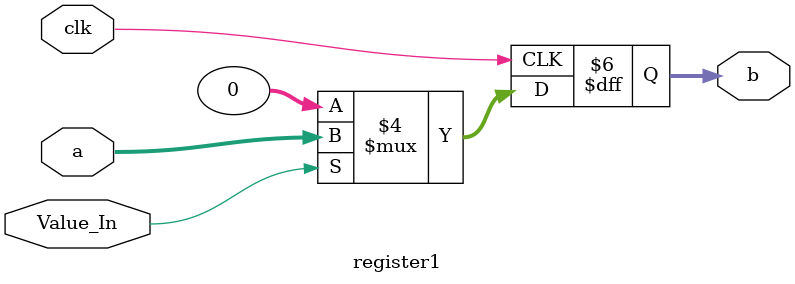
<source format=v>
module register1 
(
input clk,Value_In,
input [31:0] a,
output reg [31:0] b
);
	always @(posedge clk) begin
	if (Value_In == 1'b1)
		b <= a;
	else 
		b <= 0;
	end

endmodule

</source>
